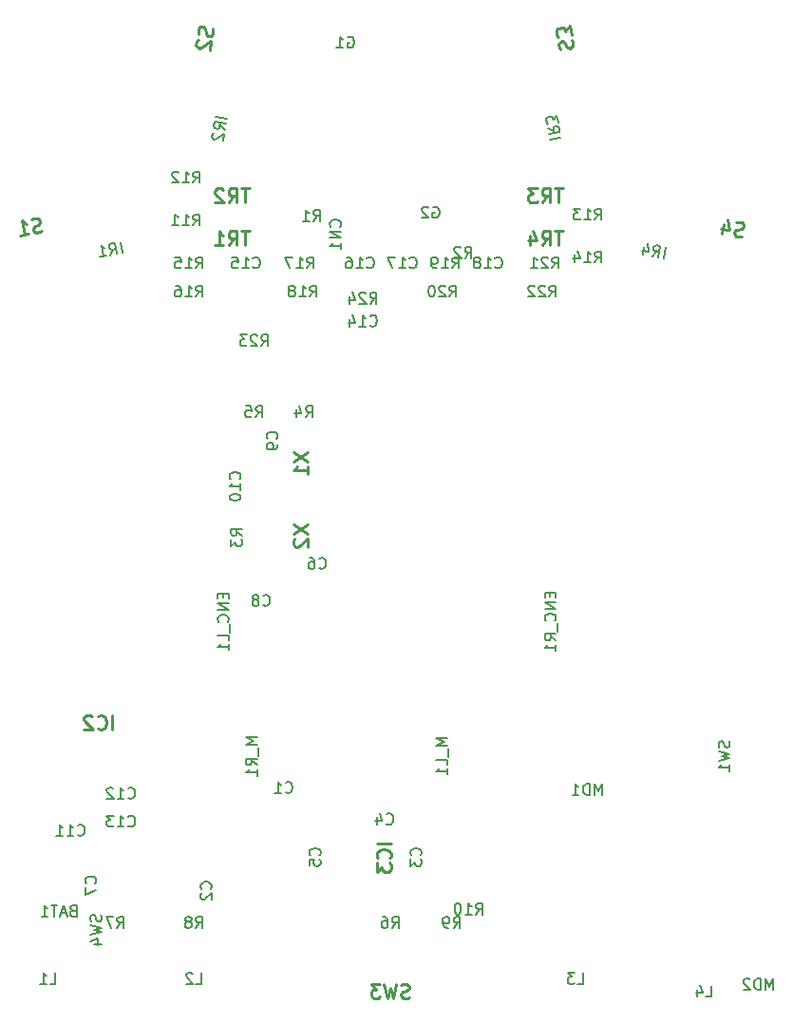
<source format=gbr>
%TF.GenerationSoftware,KiCad,Pcbnew,(5.1.6)-1*%
%TF.CreationDate,2022-04-30T17:28:47+09:00*%
%TF.ProjectId,RX621,52583632-312e-46b6-9963-61645f706362,rev?*%
%TF.SameCoordinates,Original*%
%TF.FileFunction,Legend,Bot*%
%TF.FilePolarity,Positive*%
%FSLAX46Y46*%
G04 Gerber Fmt 4.6, Leading zero omitted, Abs format (unit mm)*
G04 Created by KiCad (PCBNEW (5.1.6)-1) date 2022-04-30 17:28:47*
%MOMM*%
%LPD*%
G01*
G04 APERTURE LIST*
%ADD10C,0.150000*%
%ADD11C,0.254000*%
G04 APERTURE END LIST*
%TO.C,R10*%
D10*
X235142857Y-149102380D02*
X235476190Y-148626190D01*
X235714285Y-149102380D02*
X235714285Y-148102380D01*
X235333333Y-148102380D01*
X235238095Y-148150000D01*
X235190476Y-148197619D01*
X235142857Y-148292857D01*
X235142857Y-148435714D01*
X235190476Y-148530952D01*
X235238095Y-148578571D01*
X235333333Y-148626190D01*
X235714285Y-148626190D01*
X234190476Y-149102380D02*
X234761904Y-149102380D01*
X234476190Y-149102380D02*
X234476190Y-148102380D01*
X234571428Y-148245238D01*
X234666666Y-148340476D01*
X234761904Y-148388095D01*
X233571428Y-148102380D02*
X233476190Y-148102380D01*
X233380952Y-148150000D01*
X233333333Y-148197619D01*
X233285714Y-148292857D01*
X233238095Y-148483333D01*
X233238095Y-148721428D01*
X233285714Y-148911904D01*
X233333333Y-149007142D01*
X233380952Y-149054761D01*
X233476190Y-149102380D01*
X233571428Y-149102380D01*
X233666666Y-149054761D01*
X233714285Y-149007142D01*
X233761904Y-148911904D01*
X233809523Y-148721428D01*
X233809523Y-148483333D01*
X233761904Y-148292857D01*
X233714285Y-148197619D01*
X233666666Y-148150000D01*
X233571428Y-148102380D01*
%TO.C,BAT1*%
X199214285Y-148758571D02*
X199071428Y-148806190D01*
X199023809Y-148853809D01*
X198976190Y-148949047D01*
X198976190Y-149091904D01*
X199023809Y-149187142D01*
X199071428Y-149234761D01*
X199166666Y-149282380D01*
X199547619Y-149282380D01*
X199547619Y-148282380D01*
X199214285Y-148282380D01*
X199119047Y-148330000D01*
X199071428Y-148377619D01*
X199023809Y-148472857D01*
X199023809Y-148568095D01*
X199071428Y-148663333D01*
X199119047Y-148710952D01*
X199214285Y-148758571D01*
X199547619Y-148758571D01*
X198595238Y-148996666D02*
X198119047Y-148996666D01*
X198690476Y-149282380D02*
X198357142Y-148282380D01*
X198023809Y-149282380D01*
X197833333Y-148282380D02*
X197261904Y-148282380D01*
X197547619Y-149282380D02*
X197547619Y-148282380D01*
X196404761Y-149282380D02*
X196976190Y-149282380D01*
X196690476Y-149282380D02*
X196690476Y-148282380D01*
X196785714Y-148425238D01*
X196880952Y-148520476D01*
X196976190Y-148568095D01*
%TO.C,C1*%
X218166666Y-138207142D02*
X218214285Y-138254761D01*
X218357142Y-138302380D01*
X218452380Y-138302380D01*
X218595238Y-138254761D01*
X218690476Y-138159523D01*
X218738095Y-138064285D01*
X218785714Y-137873809D01*
X218785714Y-137730952D01*
X218738095Y-137540476D01*
X218690476Y-137445238D01*
X218595238Y-137350000D01*
X218452380Y-137302380D01*
X218357142Y-137302380D01*
X218214285Y-137350000D01*
X218166666Y-137397619D01*
X217214285Y-138302380D02*
X217785714Y-138302380D01*
X217500000Y-138302380D02*
X217500000Y-137302380D01*
X217595238Y-137445238D01*
X217690476Y-137540476D01*
X217785714Y-137588095D01*
%TO.C,C2*%
X211507142Y-146833333D02*
X211554761Y-146785714D01*
X211602380Y-146642857D01*
X211602380Y-146547619D01*
X211554761Y-146404761D01*
X211459523Y-146309523D01*
X211364285Y-146261904D01*
X211173809Y-146214285D01*
X211030952Y-146214285D01*
X210840476Y-146261904D01*
X210745238Y-146309523D01*
X210650000Y-146404761D01*
X210602380Y-146547619D01*
X210602380Y-146642857D01*
X210650000Y-146785714D01*
X210697619Y-146833333D01*
X210697619Y-147214285D02*
X210650000Y-147261904D01*
X210602380Y-147357142D01*
X210602380Y-147595238D01*
X210650000Y-147690476D01*
X210697619Y-147738095D01*
X210792857Y-147785714D01*
X210888095Y-147785714D01*
X211030952Y-147738095D01*
X211602380Y-147166666D01*
X211602380Y-147785714D01*
%TO.C,C3*%
X230207142Y-143833333D02*
X230254761Y-143785714D01*
X230302380Y-143642857D01*
X230302380Y-143547619D01*
X230254761Y-143404761D01*
X230159523Y-143309523D01*
X230064285Y-143261904D01*
X229873809Y-143214285D01*
X229730952Y-143214285D01*
X229540476Y-143261904D01*
X229445238Y-143309523D01*
X229350000Y-143404761D01*
X229302380Y-143547619D01*
X229302380Y-143642857D01*
X229350000Y-143785714D01*
X229397619Y-143833333D01*
X229302380Y-144166666D02*
X229302380Y-144785714D01*
X229683333Y-144452380D01*
X229683333Y-144595238D01*
X229730952Y-144690476D01*
X229778571Y-144738095D01*
X229873809Y-144785714D01*
X230111904Y-144785714D01*
X230207142Y-144738095D01*
X230254761Y-144690476D01*
X230302380Y-144595238D01*
X230302380Y-144309523D01*
X230254761Y-144214285D01*
X230207142Y-144166666D01*
%TO.C,C4*%
X227166666Y-141007142D02*
X227214285Y-141054761D01*
X227357142Y-141102380D01*
X227452380Y-141102380D01*
X227595238Y-141054761D01*
X227690476Y-140959523D01*
X227738095Y-140864285D01*
X227785714Y-140673809D01*
X227785714Y-140530952D01*
X227738095Y-140340476D01*
X227690476Y-140245238D01*
X227595238Y-140150000D01*
X227452380Y-140102380D01*
X227357142Y-140102380D01*
X227214285Y-140150000D01*
X227166666Y-140197619D01*
X226309523Y-140435714D02*
X226309523Y-141102380D01*
X226547619Y-140054761D02*
X226785714Y-140769047D01*
X226166666Y-140769047D01*
%TO.C,C5*%
X221207142Y-143833333D02*
X221254761Y-143785714D01*
X221302380Y-143642857D01*
X221302380Y-143547619D01*
X221254761Y-143404761D01*
X221159523Y-143309523D01*
X221064285Y-143261904D01*
X220873809Y-143214285D01*
X220730952Y-143214285D01*
X220540476Y-143261904D01*
X220445238Y-143309523D01*
X220350000Y-143404761D01*
X220302380Y-143547619D01*
X220302380Y-143642857D01*
X220350000Y-143785714D01*
X220397619Y-143833333D01*
X220302380Y-144738095D02*
X220302380Y-144261904D01*
X220778571Y-144214285D01*
X220730952Y-144261904D01*
X220683333Y-144357142D01*
X220683333Y-144595238D01*
X220730952Y-144690476D01*
X220778571Y-144738095D01*
X220873809Y-144785714D01*
X221111904Y-144785714D01*
X221207142Y-144738095D01*
X221254761Y-144690476D01*
X221302380Y-144595238D01*
X221302380Y-144357142D01*
X221254761Y-144261904D01*
X221207142Y-144214285D01*
%TO.C,C6*%
X221166666Y-118207142D02*
X221214285Y-118254761D01*
X221357142Y-118302380D01*
X221452380Y-118302380D01*
X221595238Y-118254761D01*
X221690476Y-118159523D01*
X221738095Y-118064285D01*
X221785714Y-117873809D01*
X221785714Y-117730952D01*
X221738095Y-117540476D01*
X221690476Y-117445238D01*
X221595238Y-117350000D01*
X221452380Y-117302380D01*
X221357142Y-117302380D01*
X221214285Y-117350000D01*
X221166666Y-117397619D01*
X220309523Y-117302380D02*
X220500000Y-117302380D01*
X220595238Y-117350000D01*
X220642857Y-117397619D01*
X220738095Y-117540476D01*
X220785714Y-117730952D01*
X220785714Y-118111904D01*
X220738095Y-118207142D01*
X220690476Y-118254761D01*
X220595238Y-118302380D01*
X220404761Y-118302380D01*
X220309523Y-118254761D01*
X220261904Y-118207142D01*
X220214285Y-118111904D01*
X220214285Y-117873809D01*
X220261904Y-117778571D01*
X220309523Y-117730952D01*
X220404761Y-117683333D01*
X220595238Y-117683333D01*
X220690476Y-117730952D01*
X220738095Y-117778571D01*
X220785714Y-117873809D01*
%TO.C,C7*%
X201207142Y-146333333D02*
X201254761Y-146285714D01*
X201302380Y-146142857D01*
X201302380Y-146047619D01*
X201254761Y-145904761D01*
X201159523Y-145809523D01*
X201064285Y-145761904D01*
X200873809Y-145714285D01*
X200730952Y-145714285D01*
X200540476Y-145761904D01*
X200445238Y-145809523D01*
X200350000Y-145904761D01*
X200302380Y-146047619D01*
X200302380Y-146142857D01*
X200350000Y-146285714D01*
X200397619Y-146333333D01*
X200302380Y-146666666D02*
X200302380Y-147333333D01*
X201302380Y-146904761D01*
%TO.C,C8*%
X216166666Y-121507142D02*
X216214285Y-121554761D01*
X216357142Y-121602380D01*
X216452380Y-121602380D01*
X216595238Y-121554761D01*
X216690476Y-121459523D01*
X216738095Y-121364285D01*
X216785714Y-121173809D01*
X216785714Y-121030952D01*
X216738095Y-120840476D01*
X216690476Y-120745238D01*
X216595238Y-120650000D01*
X216452380Y-120602380D01*
X216357142Y-120602380D01*
X216214285Y-120650000D01*
X216166666Y-120697619D01*
X215595238Y-121030952D02*
X215690476Y-120983333D01*
X215738095Y-120935714D01*
X215785714Y-120840476D01*
X215785714Y-120792857D01*
X215738095Y-120697619D01*
X215690476Y-120650000D01*
X215595238Y-120602380D01*
X215404761Y-120602380D01*
X215309523Y-120650000D01*
X215261904Y-120697619D01*
X215214285Y-120792857D01*
X215214285Y-120840476D01*
X215261904Y-120935714D01*
X215309523Y-120983333D01*
X215404761Y-121030952D01*
X215595238Y-121030952D01*
X215690476Y-121078571D01*
X215738095Y-121126190D01*
X215785714Y-121221428D01*
X215785714Y-121411904D01*
X215738095Y-121507142D01*
X215690476Y-121554761D01*
X215595238Y-121602380D01*
X215404761Y-121602380D01*
X215309523Y-121554761D01*
X215261904Y-121507142D01*
X215214285Y-121411904D01*
X215214285Y-121221428D01*
X215261904Y-121126190D01*
X215309523Y-121078571D01*
X215404761Y-121030952D01*
%TO.C,C9*%
X217375142Y-106715333D02*
X217422761Y-106667714D01*
X217470380Y-106524857D01*
X217470380Y-106429619D01*
X217422761Y-106286761D01*
X217327523Y-106191523D01*
X217232285Y-106143904D01*
X217041809Y-106096285D01*
X216898952Y-106096285D01*
X216708476Y-106143904D01*
X216613238Y-106191523D01*
X216518000Y-106286761D01*
X216470380Y-106429619D01*
X216470380Y-106524857D01*
X216518000Y-106667714D01*
X216565619Y-106715333D01*
X217470380Y-107191523D02*
X217470380Y-107382000D01*
X217422761Y-107477238D01*
X217375142Y-107524857D01*
X217232285Y-107620095D01*
X217041809Y-107667714D01*
X216660857Y-107667714D01*
X216565619Y-107620095D01*
X216518000Y-107572476D01*
X216470380Y-107477238D01*
X216470380Y-107286761D01*
X216518000Y-107191523D01*
X216565619Y-107143904D01*
X216660857Y-107096285D01*
X216898952Y-107096285D01*
X216994190Y-107143904D01*
X217041809Y-107191523D01*
X217089428Y-107286761D01*
X217089428Y-107477238D01*
X217041809Y-107572476D01*
X216994190Y-107620095D01*
X216898952Y-107667714D01*
%TO.C,C10*%
X214075142Y-110303142D02*
X214122761Y-110255523D01*
X214170380Y-110112666D01*
X214170380Y-110017428D01*
X214122761Y-109874571D01*
X214027523Y-109779333D01*
X213932285Y-109731714D01*
X213741809Y-109684095D01*
X213598952Y-109684095D01*
X213408476Y-109731714D01*
X213313238Y-109779333D01*
X213218000Y-109874571D01*
X213170380Y-110017428D01*
X213170380Y-110112666D01*
X213218000Y-110255523D01*
X213265619Y-110303142D01*
X214170380Y-111255523D02*
X214170380Y-110684095D01*
X214170380Y-110969809D02*
X213170380Y-110969809D01*
X213313238Y-110874571D01*
X213408476Y-110779333D01*
X213456095Y-110684095D01*
X213170380Y-111874571D02*
X213170380Y-111969809D01*
X213218000Y-112065047D01*
X213265619Y-112112666D01*
X213360857Y-112160285D01*
X213551333Y-112207904D01*
X213789428Y-112207904D01*
X213979904Y-112160285D01*
X214075142Y-112112666D01*
X214122761Y-112065047D01*
X214170380Y-111969809D01*
X214170380Y-111874571D01*
X214122761Y-111779333D01*
X214075142Y-111731714D01*
X213979904Y-111684095D01*
X213789428Y-111636476D01*
X213551333Y-111636476D01*
X213360857Y-111684095D01*
X213265619Y-111731714D01*
X213218000Y-111779333D01*
X213170380Y-111874571D01*
%TO.C,C11*%
X199642857Y-142007142D02*
X199690476Y-142054761D01*
X199833333Y-142102380D01*
X199928571Y-142102380D01*
X200071428Y-142054761D01*
X200166666Y-141959523D01*
X200214285Y-141864285D01*
X200261904Y-141673809D01*
X200261904Y-141530952D01*
X200214285Y-141340476D01*
X200166666Y-141245238D01*
X200071428Y-141150000D01*
X199928571Y-141102380D01*
X199833333Y-141102380D01*
X199690476Y-141150000D01*
X199642857Y-141197619D01*
X198690476Y-142102380D02*
X199261904Y-142102380D01*
X198976190Y-142102380D02*
X198976190Y-141102380D01*
X199071428Y-141245238D01*
X199166666Y-141340476D01*
X199261904Y-141388095D01*
X197738095Y-142102380D02*
X198309523Y-142102380D01*
X198023809Y-142102380D02*
X198023809Y-141102380D01*
X198119047Y-141245238D01*
X198214285Y-141340476D01*
X198309523Y-141388095D01*
%TO.C,C12*%
X204142857Y-138707142D02*
X204190476Y-138754761D01*
X204333333Y-138802380D01*
X204428571Y-138802380D01*
X204571428Y-138754761D01*
X204666666Y-138659523D01*
X204714285Y-138564285D01*
X204761904Y-138373809D01*
X204761904Y-138230952D01*
X204714285Y-138040476D01*
X204666666Y-137945238D01*
X204571428Y-137850000D01*
X204428571Y-137802380D01*
X204333333Y-137802380D01*
X204190476Y-137850000D01*
X204142857Y-137897619D01*
X203190476Y-138802380D02*
X203761904Y-138802380D01*
X203476190Y-138802380D02*
X203476190Y-137802380D01*
X203571428Y-137945238D01*
X203666666Y-138040476D01*
X203761904Y-138088095D01*
X202809523Y-137897619D02*
X202761904Y-137850000D01*
X202666666Y-137802380D01*
X202428571Y-137802380D01*
X202333333Y-137850000D01*
X202285714Y-137897619D01*
X202238095Y-137992857D01*
X202238095Y-138088095D01*
X202285714Y-138230952D01*
X202857142Y-138802380D01*
X202238095Y-138802380D01*
%TO.C,C13*%
X204142857Y-141207142D02*
X204190476Y-141254761D01*
X204333333Y-141302380D01*
X204428571Y-141302380D01*
X204571428Y-141254761D01*
X204666666Y-141159523D01*
X204714285Y-141064285D01*
X204761904Y-140873809D01*
X204761904Y-140730952D01*
X204714285Y-140540476D01*
X204666666Y-140445238D01*
X204571428Y-140350000D01*
X204428571Y-140302380D01*
X204333333Y-140302380D01*
X204190476Y-140350000D01*
X204142857Y-140397619D01*
X203190476Y-141302380D02*
X203761904Y-141302380D01*
X203476190Y-141302380D02*
X203476190Y-140302380D01*
X203571428Y-140445238D01*
X203666666Y-140540476D01*
X203761904Y-140588095D01*
X202857142Y-140302380D02*
X202238095Y-140302380D01*
X202571428Y-140683333D01*
X202428571Y-140683333D01*
X202333333Y-140730952D01*
X202285714Y-140778571D01*
X202238095Y-140873809D01*
X202238095Y-141111904D01*
X202285714Y-141207142D01*
X202333333Y-141254761D01*
X202428571Y-141302380D01*
X202714285Y-141302380D01*
X202809523Y-141254761D01*
X202857142Y-141207142D01*
%TO.C,C14*%
X225702857Y-96596142D02*
X225750476Y-96643761D01*
X225893333Y-96691380D01*
X225988571Y-96691380D01*
X226131428Y-96643761D01*
X226226666Y-96548523D01*
X226274285Y-96453285D01*
X226321904Y-96262809D01*
X226321904Y-96119952D01*
X226274285Y-95929476D01*
X226226666Y-95834238D01*
X226131428Y-95739000D01*
X225988571Y-95691380D01*
X225893333Y-95691380D01*
X225750476Y-95739000D01*
X225702857Y-95786619D01*
X224750476Y-96691380D02*
X225321904Y-96691380D01*
X225036190Y-96691380D02*
X225036190Y-95691380D01*
X225131428Y-95834238D01*
X225226666Y-95929476D01*
X225321904Y-95977095D01*
X223893333Y-96024714D02*
X223893333Y-96691380D01*
X224131428Y-95643761D02*
X224369523Y-96358047D01*
X223750476Y-96358047D01*
%TO.C,C15*%
X215272857Y-91417142D02*
X215320476Y-91464761D01*
X215463333Y-91512380D01*
X215558571Y-91512380D01*
X215701428Y-91464761D01*
X215796666Y-91369523D01*
X215844285Y-91274285D01*
X215891904Y-91083809D01*
X215891904Y-90940952D01*
X215844285Y-90750476D01*
X215796666Y-90655238D01*
X215701428Y-90560000D01*
X215558571Y-90512380D01*
X215463333Y-90512380D01*
X215320476Y-90560000D01*
X215272857Y-90607619D01*
X214320476Y-91512380D02*
X214891904Y-91512380D01*
X214606190Y-91512380D02*
X214606190Y-90512380D01*
X214701428Y-90655238D01*
X214796666Y-90750476D01*
X214891904Y-90798095D01*
X213415714Y-90512380D02*
X213891904Y-90512380D01*
X213939523Y-90988571D01*
X213891904Y-90940952D01*
X213796666Y-90893333D01*
X213558571Y-90893333D01*
X213463333Y-90940952D01*
X213415714Y-90988571D01*
X213368095Y-91083809D01*
X213368095Y-91321904D01*
X213415714Y-91417142D01*
X213463333Y-91464761D01*
X213558571Y-91512380D01*
X213796666Y-91512380D01*
X213891904Y-91464761D01*
X213939523Y-91417142D01*
%TO.C,C16*%
X225432857Y-91417142D02*
X225480476Y-91464761D01*
X225623333Y-91512380D01*
X225718571Y-91512380D01*
X225861428Y-91464761D01*
X225956666Y-91369523D01*
X226004285Y-91274285D01*
X226051904Y-91083809D01*
X226051904Y-90940952D01*
X226004285Y-90750476D01*
X225956666Y-90655238D01*
X225861428Y-90560000D01*
X225718571Y-90512380D01*
X225623333Y-90512380D01*
X225480476Y-90560000D01*
X225432857Y-90607619D01*
X224480476Y-91512380D02*
X225051904Y-91512380D01*
X224766190Y-91512380D02*
X224766190Y-90512380D01*
X224861428Y-90655238D01*
X224956666Y-90750476D01*
X225051904Y-90798095D01*
X223623333Y-90512380D02*
X223813809Y-90512380D01*
X223909047Y-90560000D01*
X223956666Y-90607619D01*
X224051904Y-90750476D01*
X224099523Y-90940952D01*
X224099523Y-91321904D01*
X224051904Y-91417142D01*
X224004285Y-91464761D01*
X223909047Y-91512380D01*
X223718571Y-91512380D01*
X223623333Y-91464761D01*
X223575714Y-91417142D01*
X223528095Y-91321904D01*
X223528095Y-91083809D01*
X223575714Y-90988571D01*
X223623333Y-90940952D01*
X223718571Y-90893333D01*
X223909047Y-90893333D01*
X224004285Y-90940952D01*
X224051904Y-90988571D01*
X224099523Y-91083809D01*
%TO.C,C17*%
X229242857Y-91417142D02*
X229290476Y-91464761D01*
X229433333Y-91512380D01*
X229528571Y-91512380D01*
X229671428Y-91464761D01*
X229766666Y-91369523D01*
X229814285Y-91274285D01*
X229861904Y-91083809D01*
X229861904Y-90940952D01*
X229814285Y-90750476D01*
X229766666Y-90655238D01*
X229671428Y-90560000D01*
X229528571Y-90512380D01*
X229433333Y-90512380D01*
X229290476Y-90560000D01*
X229242857Y-90607619D01*
X228290476Y-91512380D02*
X228861904Y-91512380D01*
X228576190Y-91512380D02*
X228576190Y-90512380D01*
X228671428Y-90655238D01*
X228766666Y-90750476D01*
X228861904Y-90798095D01*
X227957142Y-90512380D02*
X227290476Y-90512380D01*
X227719047Y-91512380D01*
%TO.C,C18*%
X236862857Y-91417142D02*
X236910476Y-91464761D01*
X237053333Y-91512380D01*
X237148571Y-91512380D01*
X237291428Y-91464761D01*
X237386666Y-91369523D01*
X237434285Y-91274285D01*
X237481904Y-91083809D01*
X237481904Y-90940952D01*
X237434285Y-90750476D01*
X237386666Y-90655238D01*
X237291428Y-90560000D01*
X237148571Y-90512380D01*
X237053333Y-90512380D01*
X236910476Y-90560000D01*
X236862857Y-90607619D01*
X235910476Y-91512380D02*
X236481904Y-91512380D01*
X236196190Y-91512380D02*
X236196190Y-90512380D01*
X236291428Y-90655238D01*
X236386666Y-90750476D01*
X236481904Y-90798095D01*
X235339047Y-90940952D02*
X235434285Y-90893333D01*
X235481904Y-90845714D01*
X235529523Y-90750476D01*
X235529523Y-90702857D01*
X235481904Y-90607619D01*
X235434285Y-90560000D01*
X235339047Y-90512380D01*
X235148571Y-90512380D01*
X235053333Y-90560000D01*
X235005714Y-90607619D01*
X234958095Y-90702857D01*
X234958095Y-90750476D01*
X235005714Y-90845714D01*
X235053333Y-90893333D01*
X235148571Y-90940952D01*
X235339047Y-90940952D01*
X235434285Y-90988571D01*
X235481904Y-91036190D01*
X235529523Y-91131428D01*
X235529523Y-91321904D01*
X235481904Y-91417142D01*
X235434285Y-91464761D01*
X235339047Y-91512380D01*
X235148571Y-91512380D01*
X235053333Y-91464761D01*
X235005714Y-91417142D01*
X234958095Y-91321904D01*
X234958095Y-91131428D01*
X235005714Y-91036190D01*
X235053333Y-90988571D01*
X235148571Y-90940952D01*
%TO.C,CN1*%
X223027142Y-87809523D02*
X223074761Y-87761904D01*
X223122380Y-87619047D01*
X223122380Y-87523809D01*
X223074761Y-87380952D01*
X222979523Y-87285714D01*
X222884285Y-87238095D01*
X222693809Y-87190476D01*
X222550952Y-87190476D01*
X222360476Y-87238095D01*
X222265238Y-87285714D01*
X222170000Y-87380952D01*
X222122380Y-87523809D01*
X222122380Y-87619047D01*
X222170000Y-87761904D01*
X222217619Y-87809523D01*
X223122380Y-88238095D02*
X222122380Y-88238095D01*
X223122380Y-88809523D01*
X222122380Y-88809523D01*
X223122380Y-89809523D02*
X223122380Y-89238095D01*
X223122380Y-89523809D02*
X222122380Y-89523809D01*
X222265238Y-89428571D01*
X222360476Y-89333333D01*
X222408095Y-89238095D01*
%TO.C,ENC_L1*%
X212598571Y-120500000D02*
X212598571Y-120833333D01*
X213122380Y-120976190D02*
X213122380Y-120500000D01*
X212122380Y-120500000D01*
X212122380Y-120976190D01*
X213122380Y-121404761D02*
X212122380Y-121404761D01*
X213122380Y-121976190D01*
X212122380Y-121976190D01*
X213027142Y-123023809D02*
X213074761Y-122976190D01*
X213122380Y-122833333D01*
X213122380Y-122738095D01*
X213074761Y-122595238D01*
X212979523Y-122500000D01*
X212884285Y-122452380D01*
X212693809Y-122404761D01*
X212550952Y-122404761D01*
X212360476Y-122452380D01*
X212265238Y-122500000D01*
X212170000Y-122595238D01*
X212122380Y-122738095D01*
X212122380Y-122833333D01*
X212170000Y-122976190D01*
X212217619Y-123023809D01*
X213217619Y-123214285D02*
X213217619Y-123976190D01*
X213122380Y-124690476D02*
X213122380Y-124214285D01*
X212122380Y-124214285D01*
X213122380Y-125547619D02*
X213122380Y-124976190D01*
X213122380Y-125261904D02*
X212122380Y-125261904D01*
X212265238Y-125166666D01*
X212360476Y-125071428D01*
X212408095Y-124976190D01*
%TO.C,ENC_R1*%
X241758571Y-120404761D02*
X241758571Y-120738095D01*
X242282380Y-120880952D02*
X242282380Y-120404761D01*
X241282380Y-120404761D01*
X241282380Y-120880952D01*
X242282380Y-121309523D02*
X241282380Y-121309523D01*
X242282380Y-121880952D01*
X241282380Y-121880952D01*
X242187142Y-122928571D02*
X242234761Y-122880952D01*
X242282380Y-122738095D01*
X242282380Y-122642857D01*
X242234761Y-122500000D01*
X242139523Y-122404761D01*
X242044285Y-122357142D01*
X241853809Y-122309523D01*
X241710952Y-122309523D01*
X241520476Y-122357142D01*
X241425238Y-122404761D01*
X241330000Y-122500000D01*
X241282380Y-122642857D01*
X241282380Y-122738095D01*
X241330000Y-122880952D01*
X241377619Y-122928571D01*
X242377619Y-123119047D02*
X242377619Y-123880952D01*
X242282380Y-124690476D02*
X241806190Y-124357142D01*
X242282380Y-124119047D02*
X241282380Y-124119047D01*
X241282380Y-124500000D01*
X241330000Y-124595238D01*
X241377619Y-124642857D01*
X241472857Y-124690476D01*
X241615714Y-124690476D01*
X241710952Y-124642857D01*
X241758571Y-124595238D01*
X241806190Y-124500000D01*
X241806190Y-124119047D01*
X242282380Y-125642857D02*
X242282380Y-125071428D01*
X242282380Y-125357142D02*
X241282380Y-125357142D01*
X241425238Y-125261904D01*
X241520476Y-125166666D01*
X241568095Y-125071428D01*
%TO.C,G1*%
X223714285Y-70920000D02*
X223809523Y-70872380D01*
X223952380Y-70872380D01*
X224095238Y-70920000D01*
X224190476Y-71015238D01*
X224238095Y-71110476D01*
X224285714Y-71300952D01*
X224285714Y-71443809D01*
X224238095Y-71634285D01*
X224190476Y-71729523D01*
X224095238Y-71824761D01*
X223952380Y-71872380D01*
X223857142Y-71872380D01*
X223714285Y-71824761D01*
X223666666Y-71777142D01*
X223666666Y-71443809D01*
X223857142Y-71443809D01*
X222714285Y-71872380D02*
X223285714Y-71872380D01*
X223000000Y-71872380D02*
X223000000Y-70872380D01*
X223095238Y-71015238D01*
X223190476Y-71110476D01*
X223285714Y-71158095D01*
%TO.C,G2*%
X231314285Y-86080000D02*
X231409523Y-86032380D01*
X231552380Y-86032380D01*
X231695238Y-86080000D01*
X231790476Y-86175238D01*
X231838095Y-86270476D01*
X231885714Y-86460952D01*
X231885714Y-86603809D01*
X231838095Y-86794285D01*
X231790476Y-86889523D01*
X231695238Y-86984761D01*
X231552380Y-87032380D01*
X231457142Y-87032380D01*
X231314285Y-86984761D01*
X231266666Y-86937142D01*
X231266666Y-86603809D01*
X231457142Y-86603809D01*
X230885714Y-86127619D02*
X230838095Y-86080000D01*
X230742857Y-86032380D01*
X230504761Y-86032380D01*
X230409523Y-86080000D01*
X230361904Y-86127619D01*
X230314285Y-86222857D01*
X230314285Y-86318095D01*
X230361904Y-86460952D01*
X230933333Y-87032380D01*
X230314285Y-87032380D01*
%TO.C,IC2*%
D11*
X202739761Y-132629523D02*
X202739761Y-131359523D01*
X201409285Y-132508571D02*
X201469761Y-132569047D01*
X201651190Y-132629523D01*
X201772142Y-132629523D01*
X201953571Y-132569047D01*
X202074523Y-132448095D01*
X202135000Y-132327142D01*
X202195476Y-132085238D01*
X202195476Y-131903809D01*
X202135000Y-131661904D01*
X202074523Y-131540952D01*
X201953571Y-131420000D01*
X201772142Y-131359523D01*
X201651190Y-131359523D01*
X201469761Y-131420000D01*
X201409285Y-131480476D01*
X200925476Y-131480476D02*
X200865000Y-131420000D01*
X200744047Y-131359523D01*
X200441666Y-131359523D01*
X200320714Y-131420000D01*
X200260238Y-131480476D01*
X200199761Y-131601428D01*
X200199761Y-131722380D01*
X200260238Y-131903809D01*
X200985952Y-132629523D01*
X200199761Y-132629523D01*
%TO.C,IC3*%
X227574523Y-142760238D02*
X226304523Y-142760238D01*
X227453571Y-144090714D02*
X227514047Y-144030238D01*
X227574523Y-143848809D01*
X227574523Y-143727857D01*
X227514047Y-143546428D01*
X227393095Y-143425476D01*
X227272142Y-143365000D01*
X227030238Y-143304523D01*
X226848809Y-143304523D01*
X226606904Y-143365000D01*
X226485952Y-143425476D01*
X226365000Y-143546428D01*
X226304523Y-143727857D01*
X226304523Y-143848809D01*
X226365000Y-144030238D01*
X226425476Y-144090714D01*
X226304523Y-144514047D02*
X226304523Y-145300238D01*
X226788333Y-144876904D01*
X226788333Y-145058333D01*
X226848809Y-145179285D01*
X226909285Y-145239761D01*
X227030238Y-145300238D01*
X227332619Y-145300238D01*
X227453571Y-145239761D01*
X227514047Y-145179285D01*
X227574523Y-145058333D01*
X227574523Y-144695476D01*
X227514047Y-144574523D01*
X227453571Y-144514047D01*
%TO.C,IR1*%
D10*
X203602974Y-90155622D02*
X203429325Y-89170814D01*
X202571270Y-90337539D02*
X202816850Y-89810700D01*
X203134018Y-90238312D02*
X202960369Y-89253504D01*
X202585204Y-89319656D01*
X202499682Y-89383089D01*
X202461056Y-89438254D01*
X202430698Y-89540314D01*
X202455505Y-89681001D01*
X202518938Y-89766523D01*
X202574103Y-89805150D01*
X202676163Y-89835507D01*
X203051328Y-89769356D01*
X201633358Y-90502918D02*
X202196105Y-90403691D01*
X201914732Y-90453305D02*
X201741084Y-89468497D01*
X201859682Y-89592646D01*
X201970011Y-89669899D01*
X202072071Y-89700257D01*
%TO.C,IR2*%
X212935714Y-78178842D02*
X211950907Y-78005194D01*
X212753797Y-79210545D02*
X212342724Y-78799586D01*
X212853025Y-78647798D02*
X211868217Y-78474150D01*
X211802065Y-78849314D01*
X211832423Y-78951375D01*
X211871050Y-79006539D01*
X211956572Y-79069973D01*
X212097259Y-79094780D01*
X212199319Y-79064422D01*
X212254484Y-79025795D01*
X212317917Y-78940273D01*
X212384069Y-78565108D01*
X211796629Y-79428600D02*
X211741465Y-79467226D01*
X211678031Y-79552749D01*
X211636686Y-79787227D01*
X211667044Y-79889287D01*
X211705671Y-79944451D01*
X211791193Y-80007885D01*
X211884984Y-80024423D01*
X212033940Y-80002334D01*
X212695915Y-79538814D01*
X212588418Y-80148457D01*
%TO.C,IR3*%
X241724005Y-80039915D02*
X242708813Y-79866266D01*
X241542088Y-79008211D02*
X242068927Y-79253791D01*
X241641315Y-79570959D02*
X242626123Y-79397310D01*
X242559971Y-79022145D01*
X242496538Y-78936623D01*
X242441373Y-78897997D01*
X242339313Y-78867639D01*
X242198626Y-78892446D01*
X242113104Y-78955879D01*
X242074477Y-79011044D01*
X242044120Y-79113104D01*
X242110271Y-79488269D01*
X242469013Y-78506294D02*
X242361516Y-77896651D01*
X242044234Y-78291072D01*
X242019427Y-78150385D01*
X241955994Y-78064863D01*
X241900829Y-78026236D01*
X241798769Y-77995878D01*
X241564291Y-78037223D01*
X241478769Y-78100657D01*
X241440142Y-78155821D01*
X241409784Y-78257882D01*
X241459398Y-78539255D01*
X241522832Y-78624777D01*
X241577996Y-78663404D01*
%TO.C,IR4*%
X251882804Y-90615021D02*
X252056452Y-89630214D01*
X250851101Y-90433104D02*
X251262060Y-90022031D01*
X251413848Y-90532332D02*
X251587496Y-89547524D01*
X251212332Y-89481372D01*
X251110271Y-89511730D01*
X251055107Y-89550357D01*
X250991673Y-89635879D01*
X250966866Y-89776566D01*
X250997224Y-89878626D01*
X251035851Y-89933791D01*
X251121373Y-89997224D01*
X251496538Y-90063376D01*
X250122745Y-89627725D02*
X250006980Y-90284263D01*
X250423375Y-89293904D02*
X250533819Y-90038683D01*
X249924176Y-89931187D01*
%TO.C,L1*%
X197166666Y-155302380D02*
X197642857Y-155302380D01*
X197642857Y-154302380D01*
X196309523Y-155302380D02*
X196880952Y-155302380D01*
X196595238Y-155302380D02*
X196595238Y-154302380D01*
X196690476Y-154445238D01*
X196785714Y-154540476D01*
X196880952Y-154588095D01*
%TO.C,L2*%
X210166666Y-155302380D02*
X210642857Y-155302380D01*
X210642857Y-154302380D01*
X209880952Y-154397619D02*
X209833333Y-154350000D01*
X209738095Y-154302380D01*
X209500000Y-154302380D01*
X209404761Y-154350000D01*
X209357142Y-154397619D01*
X209309523Y-154492857D01*
X209309523Y-154588095D01*
X209357142Y-154730952D01*
X209928571Y-155302380D01*
X209309523Y-155302380D01*
%TO.C,L3*%
X244191666Y-155302380D02*
X244667857Y-155302380D01*
X244667857Y-154302380D01*
X243953571Y-154302380D02*
X243334523Y-154302380D01*
X243667857Y-154683333D01*
X243525000Y-154683333D01*
X243429761Y-154730952D01*
X243382142Y-154778571D01*
X243334523Y-154873809D01*
X243334523Y-155111904D01*
X243382142Y-155207142D01*
X243429761Y-155254761D01*
X243525000Y-155302380D01*
X243810714Y-155302380D01*
X243905952Y-155254761D01*
X243953571Y-155207142D01*
%TO.C,L4*%
X255666666Y-156452380D02*
X256142857Y-156452380D01*
X256142857Y-155452380D01*
X254904761Y-155785714D02*
X254904761Y-156452380D01*
X255142857Y-155404761D02*
X255380952Y-156119047D01*
X254761904Y-156119047D01*
%TO.C,M_L1*%
X232622380Y-133404761D02*
X231622380Y-133404761D01*
X232336666Y-133738095D01*
X231622380Y-134071428D01*
X232622380Y-134071428D01*
X232717619Y-134309523D02*
X232717619Y-135071428D01*
X232622380Y-135785714D02*
X232622380Y-135309523D01*
X231622380Y-135309523D01*
X232622380Y-136642857D02*
X232622380Y-136071428D01*
X232622380Y-136357142D02*
X231622380Y-136357142D01*
X231765238Y-136261904D01*
X231860476Y-136166666D01*
X231908095Y-136071428D01*
%TO.C,M_R1*%
X215622380Y-133309523D02*
X214622380Y-133309523D01*
X215336666Y-133642857D01*
X214622380Y-133976190D01*
X215622380Y-133976190D01*
X215717619Y-134214285D02*
X215717619Y-134976190D01*
X215622380Y-135785714D02*
X215146190Y-135452380D01*
X215622380Y-135214285D02*
X214622380Y-135214285D01*
X214622380Y-135595238D01*
X214670000Y-135690476D01*
X214717619Y-135738095D01*
X214812857Y-135785714D01*
X214955714Y-135785714D01*
X215050952Y-135738095D01*
X215098571Y-135690476D01*
X215146190Y-135595238D01*
X215146190Y-135214285D01*
X215622380Y-136738095D02*
X215622380Y-136166666D01*
X215622380Y-136452380D02*
X214622380Y-136452380D01*
X214765238Y-136357142D01*
X214860476Y-136261904D01*
X214908095Y-136166666D01*
%TO.C,MD1*%
X246403523Y-138456380D02*
X246403523Y-137456380D01*
X246070190Y-138170666D01*
X245736857Y-137456380D01*
X245736857Y-138456380D01*
X245260666Y-138456380D02*
X245260666Y-137456380D01*
X245022571Y-137456380D01*
X244879714Y-137504000D01*
X244784476Y-137599238D01*
X244736857Y-137694476D01*
X244689238Y-137884952D01*
X244689238Y-138027809D01*
X244736857Y-138218285D01*
X244784476Y-138313523D01*
X244879714Y-138408761D01*
X245022571Y-138456380D01*
X245260666Y-138456380D01*
X243736857Y-138456380D02*
X244308285Y-138456380D01*
X244022571Y-138456380D02*
X244022571Y-137456380D01*
X244117809Y-137599238D01*
X244213047Y-137694476D01*
X244308285Y-137742095D01*
%TO.C,MD2*%
X261643523Y-155816380D02*
X261643523Y-154816380D01*
X261310190Y-155530666D01*
X260976857Y-154816380D01*
X260976857Y-155816380D01*
X260500666Y-155816380D02*
X260500666Y-154816380D01*
X260262571Y-154816380D01*
X260119714Y-154864000D01*
X260024476Y-154959238D01*
X259976857Y-155054476D01*
X259929238Y-155244952D01*
X259929238Y-155387809D01*
X259976857Y-155578285D01*
X260024476Y-155673523D01*
X260119714Y-155768761D01*
X260262571Y-155816380D01*
X260500666Y-155816380D01*
X259548285Y-154911619D02*
X259500666Y-154864000D01*
X259405428Y-154816380D01*
X259167333Y-154816380D01*
X259072095Y-154864000D01*
X259024476Y-154911619D01*
X258976857Y-155006857D01*
X258976857Y-155102095D01*
X259024476Y-155244952D01*
X259595904Y-155816380D01*
X258976857Y-155816380D01*
%TO.C,R1*%
X220666666Y-87302380D02*
X221000000Y-86826190D01*
X221238095Y-87302380D02*
X221238095Y-86302380D01*
X220857142Y-86302380D01*
X220761904Y-86350000D01*
X220714285Y-86397619D01*
X220666666Y-86492857D01*
X220666666Y-86635714D01*
X220714285Y-86730952D01*
X220761904Y-86778571D01*
X220857142Y-86826190D01*
X221238095Y-86826190D01*
X219714285Y-87302380D02*
X220285714Y-87302380D01*
X220000000Y-87302380D02*
X220000000Y-86302380D01*
X220095238Y-86445238D01*
X220190476Y-86540476D01*
X220285714Y-86588095D01*
%TO.C,R2*%
X234166666Y-90602380D02*
X234500000Y-90126190D01*
X234738095Y-90602380D02*
X234738095Y-89602380D01*
X234357142Y-89602380D01*
X234261904Y-89650000D01*
X234214285Y-89697619D01*
X234166666Y-89792857D01*
X234166666Y-89935714D01*
X234214285Y-90030952D01*
X234261904Y-90078571D01*
X234357142Y-90126190D01*
X234738095Y-90126190D01*
X233785714Y-89697619D02*
X233738095Y-89650000D01*
X233642857Y-89602380D01*
X233404761Y-89602380D01*
X233309523Y-89650000D01*
X233261904Y-89697619D01*
X233214285Y-89792857D01*
X233214285Y-89888095D01*
X233261904Y-90030952D01*
X233833333Y-90602380D01*
X233214285Y-90602380D01*
%TO.C,R3*%
X214302380Y-115333333D02*
X213826190Y-115000000D01*
X214302380Y-114761904D02*
X213302380Y-114761904D01*
X213302380Y-115142857D01*
X213350000Y-115238095D01*
X213397619Y-115285714D01*
X213492857Y-115333333D01*
X213635714Y-115333333D01*
X213730952Y-115285714D01*
X213778571Y-115238095D01*
X213826190Y-115142857D01*
X213826190Y-114761904D01*
X213302380Y-115666666D02*
X213302380Y-116285714D01*
X213683333Y-115952380D01*
X213683333Y-116095238D01*
X213730952Y-116190476D01*
X213778571Y-116238095D01*
X213873809Y-116285714D01*
X214111904Y-116285714D01*
X214207142Y-116238095D01*
X214254761Y-116190476D01*
X214302380Y-116095238D01*
X214302380Y-115809523D01*
X214254761Y-115714285D01*
X214207142Y-115666666D01*
%TO.C,R4*%
X219979666Y-104793380D02*
X220313000Y-104317190D01*
X220551095Y-104793380D02*
X220551095Y-103793380D01*
X220170142Y-103793380D01*
X220074904Y-103841000D01*
X220027285Y-103888619D01*
X219979666Y-103983857D01*
X219979666Y-104126714D01*
X220027285Y-104221952D01*
X220074904Y-104269571D01*
X220170142Y-104317190D01*
X220551095Y-104317190D01*
X219122523Y-104126714D02*
X219122523Y-104793380D01*
X219360619Y-103745761D02*
X219598714Y-104460047D01*
X218979666Y-104460047D01*
%TO.C,R5*%
X215534666Y-104793380D02*
X215868000Y-104317190D01*
X216106095Y-104793380D02*
X216106095Y-103793380D01*
X215725142Y-103793380D01*
X215629904Y-103841000D01*
X215582285Y-103888619D01*
X215534666Y-103983857D01*
X215534666Y-104126714D01*
X215582285Y-104221952D01*
X215629904Y-104269571D01*
X215725142Y-104317190D01*
X216106095Y-104317190D01*
X214629904Y-103793380D02*
X215106095Y-103793380D01*
X215153714Y-104269571D01*
X215106095Y-104221952D01*
X215010857Y-104174333D01*
X214772761Y-104174333D01*
X214677523Y-104221952D01*
X214629904Y-104269571D01*
X214582285Y-104364809D01*
X214582285Y-104602904D01*
X214629904Y-104698142D01*
X214677523Y-104745761D01*
X214772761Y-104793380D01*
X215010857Y-104793380D01*
X215106095Y-104745761D01*
X215153714Y-104698142D01*
%TO.C,R6*%
X227666666Y-150302380D02*
X228000000Y-149826190D01*
X228238095Y-150302380D02*
X228238095Y-149302380D01*
X227857142Y-149302380D01*
X227761904Y-149350000D01*
X227714285Y-149397619D01*
X227666666Y-149492857D01*
X227666666Y-149635714D01*
X227714285Y-149730952D01*
X227761904Y-149778571D01*
X227857142Y-149826190D01*
X228238095Y-149826190D01*
X226809523Y-149302380D02*
X227000000Y-149302380D01*
X227095238Y-149350000D01*
X227142857Y-149397619D01*
X227238095Y-149540476D01*
X227285714Y-149730952D01*
X227285714Y-150111904D01*
X227238095Y-150207142D01*
X227190476Y-150254761D01*
X227095238Y-150302380D01*
X226904761Y-150302380D01*
X226809523Y-150254761D01*
X226761904Y-150207142D01*
X226714285Y-150111904D01*
X226714285Y-149873809D01*
X226761904Y-149778571D01*
X226809523Y-149730952D01*
X226904761Y-149683333D01*
X227095238Y-149683333D01*
X227190476Y-149730952D01*
X227238095Y-149778571D01*
X227285714Y-149873809D01*
%TO.C,R7*%
X203166666Y-150302380D02*
X203500000Y-149826190D01*
X203738095Y-150302380D02*
X203738095Y-149302380D01*
X203357142Y-149302380D01*
X203261904Y-149350000D01*
X203214285Y-149397619D01*
X203166666Y-149492857D01*
X203166666Y-149635714D01*
X203214285Y-149730952D01*
X203261904Y-149778571D01*
X203357142Y-149826190D01*
X203738095Y-149826190D01*
X202833333Y-149302380D02*
X202166666Y-149302380D01*
X202595238Y-150302380D01*
%TO.C,R8*%
X210166666Y-150302380D02*
X210500000Y-149826190D01*
X210738095Y-150302380D02*
X210738095Y-149302380D01*
X210357142Y-149302380D01*
X210261904Y-149350000D01*
X210214285Y-149397619D01*
X210166666Y-149492857D01*
X210166666Y-149635714D01*
X210214285Y-149730952D01*
X210261904Y-149778571D01*
X210357142Y-149826190D01*
X210738095Y-149826190D01*
X209595238Y-149730952D02*
X209690476Y-149683333D01*
X209738095Y-149635714D01*
X209785714Y-149540476D01*
X209785714Y-149492857D01*
X209738095Y-149397619D01*
X209690476Y-149350000D01*
X209595238Y-149302380D01*
X209404761Y-149302380D01*
X209309523Y-149350000D01*
X209261904Y-149397619D01*
X209214285Y-149492857D01*
X209214285Y-149540476D01*
X209261904Y-149635714D01*
X209309523Y-149683333D01*
X209404761Y-149730952D01*
X209595238Y-149730952D01*
X209690476Y-149778571D01*
X209738095Y-149826190D01*
X209785714Y-149921428D01*
X209785714Y-150111904D01*
X209738095Y-150207142D01*
X209690476Y-150254761D01*
X209595238Y-150302380D01*
X209404761Y-150302380D01*
X209309523Y-150254761D01*
X209261904Y-150207142D01*
X209214285Y-150111904D01*
X209214285Y-149921428D01*
X209261904Y-149826190D01*
X209309523Y-149778571D01*
X209404761Y-149730952D01*
%TO.C,R9*%
X233166666Y-150302380D02*
X233500000Y-149826190D01*
X233738095Y-150302380D02*
X233738095Y-149302380D01*
X233357142Y-149302380D01*
X233261904Y-149350000D01*
X233214285Y-149397619D01*
X233166666Y-149492857D01*
X233166666Y-149635714D01*
X233214285Y-149730952D01*
X233261904Y-149778571D01*
X233357142Y-149826190D01*
X233738095Y-149826190D01*
X232690476Y-150302380D02*
X232500000Y-150302380D01*
X232404761Y-150254761D01*
X232357142Y-150207142D01*
X232261904Y-150064285D01*
X232214285Y-149873809D01*
X232214285Y-149492857D01*
X232261904Y-149397619D01*
X232309523Y-149350000D01*
X232404761Y-149302380D01*
X232595238Y-149302380D01*
X232690476Y-149350000D01*
X232738095Y-149397619D01*
X232785714Y-149492857D01*
X232785714Y-149730952D01*
X232738095Y-149826190D01*
X232690476Y-149873809D01*
X232595238Y-149921428D01*
X232404761Y-149921428D01*
X232309523Y-149873809D01*
X232261904Y-149826190D01*
X232214285Y-149730952D01*
%TO.C,R11*%
X209947857Y-87702380D02*
X210281190Y-87226190D01*
X210519285Y-87702380D02*
X210519285Y-86702380D01*
X210138333Y-86702380D01*
X210043095Y-86750000D01*
X209995476Y-86797619D01*
X209947857Y-86892857D01*
X209947857Y-87035714D01*
X209995476Y-87130952D01*
X210043095Y-87178571D01*
X210138333Y-87226190D01*
X210519285Y-87226190D01*
X208995476Y-87702380D02*
X209566904Y-87702380D01*
X209281190Y-87702380D02*
X209281190Y-86702380D01*
X209376428Y-86845238D01*
X209471666Y-86940476D01*
X209566904Y-86988095D01*
X208043095Y-87702380D02*
X208614523Y-87702380D01*
X208328809Y-87702380D02*
X208328809Y-86702380D01*
X208424047Y-86845238D01*
X208519285Y-86940476D01*
X208614523Y-86988095D01*
%TO.C,R12*%
X209947857Y-83892380D02*
X210281190Y-83416190D01*
X210519285Y-83892380D02*
X210519285Y-82892380D01*
X210138333Y-82892380D01*
X210043095Y-82940000D01*
X209995476Y-82987619D01*
X209947857Y-83082857D01*
X209947857Y-83225714D01*
X209995476Y-83320952D01*
X210043095Y-83368571D01*
X210138333Y-83416190D01*
X210519285Y-83416190D01*
X208995476Y-83892380D02*
X209566904Y-83892380D01*
X209281190Y-83892380D02*
X209281190Y-82892380D01*
X209376428Y-83035238D01*
X209471666Y-83130476D01*
X209566904Y-83178095D01*
X208614523Y-82987619D02*
X208566904Y-82940000D01*
X208471666Y-82892380D01*
X208233571Y-82892380D01*
X208138333Y-82940000D01*
X208090714Y-82987619D01*
X208043095Y-83082857D01*
X208043095Y-83178095D01*
X208090714Y-83320952D01*
X208662142Y-83892380D01*
X208043095Y-83892380D01*
%TO.C,R13*%
X245752857Y-87192380D02*
X246086190Y-86716190D01*
X246324285Y-87192380D02*
X246324285Y-86192380D01*
X245943333Y-86192380D01*
X245848095Y-86240000D01*
X245800476Y-86287619D01*
X245752857Y-86382857D01*
X245752857Y-86525714D01*
X245800476Y-86620952D01*
X245848095Y-86668571D01*
X245943333Y-86716190D01*
X246324285Y-86716190D01*
X244800476Y-87192380D02*
X245371904Y-87192380D01*
X245086190Y-87192380D02*
X245086190Y-86192380D01*
X245181428Y-86335238D01*
X245276666Y-86430476D01*
X245371904Y-86478095D01*
X244467142Y-86192380D02*
X243848095Y-86192380D01*
X244181428Y-86573333D01*
X244038571Y-86573333D01*
X243943333Y-86620952D01*
X243895714Y-86668571D01*
X243848095Y-86763809D01*
X243848095Y-87001904D01*
X243895714Y-87097142D01*
X243943333Y-87144761D01*
X244038571Y-87192380D01*
X244324285Y-87192380D01*
X244419523Y-87144761D01*
X244467142Y-87097142D01*
%TO.C,R14*%
X245752857Y-91002380D02*
X246086190Y-90526190D01*
X246324285Y-91002380D02*
X246324285Y-90002380D01*
X245943333Y-90002380D01*
X245848095Y-90050000D01*
X245800476Y-90097619D01*
X245752857Y-90192857D01*
X245752857Y-90335714D01*
X245800476Y-90430952D01*
X245848095Y-90478571D01*
X245943333Y-90526190D01*
X246324285Y-90526190D01*
X244800476Y-91002380D02*
X245371904Y-91002380D01*
X245086190Y-91002380D02*
X245086190Y-90002380D01*
X245181428Y-90145238D01*
X245276666Y-90240476D01*
X245371904Y-90288095D01*
X243943333Y-90335714D02*
X243943333Y-91002380D01*
X244181428Y-89954761D02*
X244419523Y-90669047D01*
X243800476Y-90669047D01*
%TO.C,R15*%
X210192857Y-91512380D02*
X210526190Y-91036190D01*
X210764285Y-91512380D02*
X210764285Y-90512380D01*
X210383333Y-90512380D01*
X210288095Y-90560000D01*
X210240476Y-90607619D01*
X210192857Y-90702857D01*
X210192857Y-90845714D01*
X210240476Y-90940952D01*
X210288095Y-90988571D01*
X210383333Y-91036190D01*
X210764285Y-91036190D01*
X209240476Y-91512380D02*
X209811904Y-91512380D01*
X209526190Y-91512380D02*
X209526190Y-90512380D01*
X209621428Y-90655238D01*
X209716666Y-90750476D01*
X209811904Y-90798095D01*
X208335714Y-90512380D02*
X208811904Y-90512380D01*
X208859523Y-90988571D01*
X208811904Y-90940952D01*
X208716666Y-90893333D01*
X208478571Y-90893333D01*
X208383333Y-90940952D01*
X208335714Y-90988571D01*
X208288095Y-91083809D01*
X208288095Y-91321904D01*
X208335714Y-91417142D01*
X208383333Y-91464761D01*
X208478571Y-91512380D01*
X208716666Y-91512380D01*
X208811904Y-91464761D01*
X208859523Y-91417142D01*
%TO.C,R16*%
X210192857Y-94052380D02*
X210526190Y-93576190D01*
X210764285Y-94052380D02*
X210764285Y-93052380D01*
X210383333Y-93052380D01*
X210288095Y-93100000D01*
X210240476Y-93147619D01*
X210192857Y-93242857D01*
X210192857Y-93385714D01*
X210240476Y-93480952D01*
X210288095Y-93528571D01*
X210383333Y-93576190D01*
X210764285Y-93576190D01*
X209240476Y-94052380D02*
X209811904Y-94052380D01*
X209526190Y-94052380D02*
X209526190Y-93052380D01*
X209621428Y-93195238D01*
X209716666Y-93290476D01*
X209811904Y-93338095D01*
X208383333Y-93052380D02*
X208573809Y-93052380D01*
X208669047Y-93100000D01*
X208716666Y-93147619D01*
X208811904Y-93290476D01*
X208859523Y-93480952D01*
X208859523Y-93861904D01*
X208811904Y-93957142D01*
X208764285Y-94004761D01*
X208669047Y-94052380D01*
X208478571Y-94052380D01*
X208383333Y-94004761D01*
X208335714Y-93957142D01*
X208288095Y-93861904D01*
X208288095Y-93623809D01*
X208335714Y-93528571D01*
X208383333Y-93480952D01*
X208478571Y-93433333D01*
X208669047Y-93433333D01*
X208764285Y-93480952D01*
X208811904Y-93528571D01*
X208859523Y-93623809D01*
%TO.C,R17*%
X220107857Y-91512380D02*
X220441190Y-91036190D01*
X220679285Y-91512380D02*
X220679285Y-90512380D01*
X220298333Y-90512380D01*
X220203095Y-90560000D01*
X220155476Y-90607619D01*
X220107857Y-90702857D01*
X220107857Y-90845714D01*
X220155476Y-90940952D01*
X220203095Y-90988571D01*
X220298333Y-91036190D01*
X220679285Y-91036190D01*
X219155476Y-91512380D02*
X219726904Y-91512380D01*
X219441190Y-91512380D02*
X219441190Y-90512380D01*
X219536428Y-90655238D01*
X219631666Y-90750476D01*
X219726904Y-90798095D01*
X218822142Y-90512380D02*
X218155476Y-90512380D01*
X218584047Y-91512380D01*
%TO.C,R18*%
X220352857Y-94052380D02*
X220686190Y-93576190D01*
X220924285Y-94052380D02*
X220924285Y-93052380D01*
X220543333Y-93052380D01*
X220448095Y-93100000D01*
X220400476Y-93147619D01*
X220352857Y-93242857D01*
X220352857Y-93385714D01*
X220400476Y-93480952D01*
X220448095Y-93528571D01*
X220543333Y-93576190D01*
X220924285Y-93576190D01*
X219400476Y-94052380D02*
X219971904Y-94052380D01*
X219686190Y-94052380D02*
X219686190Y-93052380D01*
X219781428Y-93195238D01*
X219876666Y-93290476D01*
X219971904Y-93338095D01*
X218829047Y-93480952D02*
X218924285Y-93433333D01*
X218971904Y-93385714D01*
X219019523Y-93290476D01*
X219019523Y-93242857D01*
X218971904Y-93147619D01*
X218924285Y-93100000D01*
X218829047Y-93052380D01*
X218638571Y-93052380D01*
X218543333Y-93100000D01*
X218495714Y-93147619D01*
X218448095Y-93242857D01*
X218448095Y-93290476D01*
X218495714Y-93385714D01*
X218543333Y-93433333D01*
X218638571Y-93480952D01*
X218829047Y-93480952D01*
X218924285Y-93528571D01*
X218971904Y-93576190D01*
X219019523Y-93671428D01*
X219019523Y-93861904D01*
X218971904Y-93957142D01*
X218924285Y-94004761D01*
X218829047Y-94052380D01*
X218638571Y-94052380D01*
X218543333Y-94004761D01*
X218495714Y-93957142D01*
X218448095Y-93861904D01*
X218448095Y-93671428D01*
X218495714Y-93576190D01*
X218543333Y-93528571D01*
X218638571Y-93480952D01*
%TO.C,R19*%
X233052857Y-91512380D02*
X233386190Y-91036190D01*
X233624285Y-91512380D02*
X233624285Y-90512380D01*
X233243333Y-90512380D01*
X233148095Y-90560000D01*
X233100476Y-90607619D01*
X233052857Y-90702857D01*
X233052857Y-90845714D01*
X233100476Y-90940952D01*
X233148095Y-90988571D01*
X233243333Y-91036190D01*
X233624285Y-91036190D01*
X232100476Y-91512380D02*
X232671904Y-91512380D01*
X232386190Y-91512380D02*
X232386190Y-90512380D01*
X232481428Y-90655238D01*
X232576666Y-90750476D01*
X232671904Y-90798095D01*
X231624285Y-91512380D02*
X231433809Y-91512380D01*
X231338571Y-91464761D01*
X231290952Y-91417142D01*
X231195714Y-91274285D01*
X231148095Y-91083809D01*
X231148095Y-90702857D01*
X231195714Y-90607619D01*
X231243333Y-90560000D01*
X231338571Y-90512380D01*
X231529047Y-90512380D01*
X231624285Y-90560000D01*
X231671904Y-90607619D01*
X231719523Y-90702857D01*
X231719523Y-90940952D01*
X231671904Y-91036190D01*
X231624285Y-91083809D01*
X231529047Y-91131428D01*
X231338571Y-91131428D01*
X231243333Y-91083809D01*
X231195714Y-91036190D01*
X231148095Y-90940952D01*
%TO.C,R20*%
X232807857Y-94052380D02*
X233141190Y-93576190D01*
X233379285Y-94052380D02*
X233379285Y-93052380D01*
X232998333Y-93052380D01*
X232903095Y-93100000D01*
X232855476Y-93147619D01*
X232807857Y-93242857D01*
X232807857Y-93385714D01*
X232855476Y-93480952D01*
X232903095Y-93528571D01*
X232998333Y-93576190D01*
X233379285Y-93576190D01*
X232426904Y-93147619D02*
X232379285Y-93100000D01*
X232284047Y-93052380D01*
X232045952Y-93052380D01*
X231950714Y-93100000D01*
X231903095Y-93147619D01*
X231855476Y-93242857D01*
X231855476Y-93338095D01*
X231903095Y-93480952D01*
X232474523Y-94052380D01*
X231855476Y-94052380D01*
X231236428Y-93052380D02*
X231141190Y-93052380D01*
X231045952Y-93100000D01*
X230998333Y-93147619D01*
X230950714Y-93242857D01*
X230903095Y-93433333D01*
X230903095Y-93671428D01*
X230950714Y-93861904D01*
X230998333Y-93957142D01*
X231045952Y-94004761D01*
X231141190Y-94052380D01*
X231236428Y-94052380D01*
X231331666Y-94004761D01*
X231379285Y-93957142D01*
X231426904Y-93861904D01*
X231474523Y-93671428D01*
X231474523Y-93433333D01*
X231426904Y-93242857D01*
X231379285Y-93147619D01*
X231331666Y-93100000D01*
X231236428Y-93052380D01*
%TO.C,R21*%
X241942857Y-91512380D02*
X242276190Y-91036190D01*
X242514285Y-91512380D02*
X242514285Y-90512380D01*
X242133333Y-90512380D01*
X242038095Y-90560000D01*
X241990476Y-90607619D01*
X241942857Y-90702857D01*
X241942857Y-90845714D01*
X241990476Y-90940952D01*
X242038095Y-90988571D01*
X242133333Y-91036190D01*
X242514285Y-91036190D01*
X241561904Y-90607619D02*
X241514285Y-90560000D01*
X241419047Y-90512380D01*
X241180952Y-90512380D01*
X241085714Y-90560000D01*
X241038095Y-90607619D01*
X240990476Y-90702857D01*
X240990476Y-90798095D01*
X241038095Y-90940952D01*
X241609523Y-91512380D01*
X240990476Y-91512380D01*
X240038095Y-91512380D02*
X240609523Y-91512380D01*
X240323809Y-91512380D02*
X240323809Y-90512380D01*
X240419047Y-90655238D01*
X240514285Y-90750476D01*
X240609523Y-90798095D01*
%TO.C,R22*%
X241697857Y-94052380D02*
X242031190Y-93576190D01*
X242269285Y-94052380D02*
X242269285Y-93052380D01*
X241888333Y-93052380D01*
X241793095Y-93100000D01*
X241745476Y-93147619D01*
X241697857Y-93242857D01*
X241697857Y-93385714D01*
X241745476Y-93480952D01*
X241793095Y-93528571D01*
X241888333Y-93576190D01*
X242269285Y-93576190D01*
X241316904Y-93147619D02*
X241269285Y-93100000D01*
X241174047Y-93052380D01*
X240935952Y-93052380D01*
X240840714Y-93100000D01*
X240793095Y-93147619D01*
X240745476Y-93242857D01*
X240745476Y-93338095D01*
X240793095Y-93480952D01*
X241364523Y-94052380D01*
X240745476Y-94052380D01*
X240364523Y-93147619D02*
X240316904Y-93100000D01*
X240221666Y-93052380D01*
X239983571Y-93052380D01*
X239888333Y-93100000D01*
X239840714Y-93147619D01*
X239793095Y-93242857D01*
X239793095Y-93338095D01*
X239840714Y-93480952D01*
X240412142Y-94052380D01*
X239793095Y-94052380D01*
%TO.C,R23*%
X216010857Y-98445380D02*
X216344190Y-97969190D01*
X216582285Y-98445380D02*
X216582285Y-97445380D01*
X216201333Y-97445380D01*
X216106095Y-97493000D01*
X216058476Y-97540619D01*
X216010857Y-97635857D01*
X216010857Y-97778714D01*
X216058476Y-97873952D01*
X216106095Y-97921571D01*
X216201333Y-97969190D01*
X216582285Y-97969190D01*
X215629904Y-97540619D02*
X215582285Y-97493000D01*
X215487047Y-97445380D01*
X215248952Y-97445380D01*
X215153714Y-97493000D01*
X215106095Y-97540619D01*
X215058476Y-97635857D01*
X215058476Y-97731095D01*
X215106095Y-97873952D01*
X215677523Y-98445380D01*
X215058476Y-98445380D01*
X214725142Y-97445380D02*
X214106095Y-97445380D01*
X214439428Y-97826333D01*
X214296571Y-97826333D01*
X214201333Y-97873952D01*
X214153714Y-97921571D01*
X214106095Y-98016809D01*
X214106095Y-98254904D01*
X214153714Y-98350142D01*
X214201333Y-98397761D01*
X214296571Y-98445380D01*
X214582285Y-98445380D01*
X214677523Y-98397761D01*
X214725142Y-98350142D01*
%TO.C,R24*%
X225702857Y-94659380D02*
X226036190Y-94183190D01*
X226274285Y-94659380D02*
X226274285Y-93659380D01*
X225893333Y-93659380D01*
X225798095Y-93707000D01*
X225750476Y-93754619D01*
X225702857Y-93849857D01*
X225702857Y-93992714D01*
X225750476Y-94087952D01*
X225798095Y-94135571D01*
X225893333Y-94183190D01*
X226274285Y-94183190D01*
X225321904Y-93754619D02*
X225274285Y-93707000D01*
X225179047Y-93659380D01*
X224940952Y-93659380D01*
X224845714Y-93707000D01*
X224798095Y-93754619D01*
X224750476Y-93849857D01*
X224750476Y-93945095D01*
X224798095Y-94087952D01*
X225369523Y-94659380D01*
X224750476Y-94659380D01*
X223893333Y-93992714D02*
X223893333Y-94659380D01*
X224131428Y-93611761D02*
X224369523Y-94326047D01*
X223750476Y-94326047D01*
%TO.C,S1*%
D11*
X196424647Y-88193640D02*
X196256476Y-88284702D01*
X195958689Y-88337210D01*
X195829072Y-88298656D01*
X195759013Y-88249600D01*
X195678453Y-88140987D01*
X195657450Y-88021872D01*
X195696004Y-87892256D01*
X195745060Y-87822197D01*
X195853673Y-87741636D01*
X196081401Y-87640072D01*
X196190014Y-87559512D01*
X196239070Y-87489453D01*
X196277625Y-87359836D01*
X196256621Y-87240722D01*
X196176061Y-87132108D01*
X196106002Y-87083052D01*
X195976385Y-87044498D01*
X195678598Y-87097006D01*
X195510428Y-87188068D01*
X194529311Y-88589248D02*
X195244000Y-88463229D01*
X194886655Y-88526239D02*
X194666122Y-87275533D01*
X194816742Y-87433202D01*
X194956860Y-87531314D01*
X195086476Y-87569868D01*
%TO.C,S2*%
X211674263Y-70136343D02*
X211702316Y-70325517D01*
X211649808Y-70623304D01*
X211569247Y-70731917D01*
X211499188Y-70780973D01*
X211369572Y-70819528D01*
X211250457Y-70798524D01*
X211141844Y-70717964D01*
X211092788Y-70647905D01*
X211054233Y-70518288D01*
X211036682Y-70269557D01*
X210998128Y-70139941D01*
X210949072Y-70069882D01*
X210840459Y-69989321D01*
X210721344Y-69968318D01*
X210591728Y-70006872D01*
X210521669Y-70055928D01*
X210441108Y-70164541D01*
X210388600Y-70462328D01*
X210416653Y-70651502D01*
X210392198Y-71138463D02*
X210322139Y-71187519D01*
X210241578Y-71296132D01*
X210189070Y-71593919D01*
X210227624Y-71723536D01*
X210276680Y-71793595D01*
X210385294Y-71874155D01*
X210504408Y-71895159D01*
X210693582Y-71867106D01*
X211534290Y-71278436D01*
X211397770Y-72052682D01*
%TO.C,S3*%
X242661787Y-72042181D02*
X242570725Y-71874010D01*
X242518217Y-71576223D01*
X242556771Y-71446606D01*
X242605827Y-71376547D01*
X242714440Y-71295987D01*
X242833555Y-71274984D01*
X242963171Y-71313538D01*
X243033230Y-71362594D01*
X243113791Y-71471207D01*
X243215355Y-71698935D01*
X243295915Y-71807548D01*
X243365974Y-71856604D01*
X243495591Y-71895159D01*
X243614705Y-71874155D01*
X243723319Y-71793595D01*
X243772375Y-71723536D01*
X243810929Y-71593919D01*
X243758421Y-71296132D01*
X243667359Y-71127962D01*
X243653405Y-70700558D02*
X243516885Y-69926312D01*
X243113936Y-70427226D01*
X243082432Y-70248554D01*
X243001871Y-70139941D01*
X242931812Y-70090885D01*
X242802196Y-70052331D01*
X242504408Y-70104838D01*
X242395795Y-70185399D01*
X242346739Y-70255458D01*
X242308185Y-70385074D01*
X242371195Y-70742419D01*
X242451755Y-70851032D01*
X242521814Y-70900088D01*
%TO.C,S4*%
X258863655Y-88674263D02*
X258674481Y-88702316D01*
X258376694Y-88649808D01*
X258268081Y-88569247D01*
X258219025Y-88499188D01*
X258180470Y-88369572D01*
X258201474Y-88250457D01*
X258282034Y-88141844D01*
X258352093Y-88092788D01*
X258481710Y-88054233D01*
X258730441Y-88036682D01*
X258860057Y-87998128D01*
X258930116Y-87949072D01*
X259010677Y-87840459D01*
X259031680Y-87721344D01*
X258993126Y-87591728D01*
X258944070Y-87521669D01*
X258835457Y-87441108D01*
X258537670Y-87388600D01*
X258348496Y-87416653D01*
X257213453Y-87584969D02*
X257066431Y-88418773D01*
X257595252Y-87161018D02*
X257735516Y-88106887D01*
X256961269Y-87970366D01*
%TO.C,SW1*%
D10*
X257734761Y-133666666D02*
X257782380Y-133809523D01*
X257782380Y-134047619D01*
X257734761Y-134142857D01*
X257687142Y-134190476D01*
X257591904Y-134238095D01*
X257496666Y-134238095D01*
X257401428Y-134190476D01*
X257353809Y-134142857D01*
X257306190Y-134047619D01*
X257258571Y-133857142D01*
X257210952Y-133761904D01*
X257163333Y-133714285D01*
X257068095Y-133666666D01*
X256972857Y-133666666D01*
X256877619Y-133714285D01*
X256830000Y-133761904D01*
X256782380Y-133857142D01*
X256782380Y-134095238D01*
X256830000Y-134238095D01*
X256782380Y-134571428D02*
X257782380Y-134809523D01*
X257068095Y-135000000D01*
X257782380Y-135190476D01*
X256782380Y-135428571D01*
X257782380Y-136333333D02*
X257782380Y-135761904D01*
X257782380Y-136047619D02*
X256782380Y-136047619D01*
X256925238Y-135952380D01*
X257020476Y-135857142D01*
X257068095Y-135761904D01*
%TO.C,SW3*%
D11*
X229193333Y-156514047D02*
X229011904Y-156574523D01*
X228709523Y-156574523D01*
X228588571Y-156514047D01*
X228528095Y-156453571D01*
X228467619Y-156332619D01*
X228467619Y-156211666D01*
X228528095Y-156090714D01*
X228588571Y-156030238D01*
X228709523Y-155969761D01*
X228951428Y-155909285D01*
X229072380Y-155848809D01*
X229132857Y-155788333D01*
X229193333Y-155667380D01*
X229193333Y-155546428D01*
X229132857Y-155425476D01*
X229072380Y-155365000D01*
X228951428Y-155304523D01*
X228649047Y-155304523D01*
X228467619Y-155365000D01*
X228044285Y-155304523D02*
X227741904Y-156574523D01*
X227500000Y-155667380D01*
X227258095Y-156574523D01*
X226955714Y-155304523D01*
X226592857Y-155304523D02*
X225806666Y-155304523D01*
X226230000Y-155788333D01*
X226048571Y-155788333D01*
X225927619Y-155848809D01*
X225867142Y-155909285D01*
X225806666Y-156030238D01*
X225806666Y-156332619D01*
X225867142Y-156453571D01*
X225927619Y-156514047D01*
X226048571Y-156574523D01*
X226411428Y-156574523D01*
X226532380Y-156514047D01*
X226592857Y-156453571D01*
%TO.C,SW4*%
D10*
X201734761Y-149166666D02*
X201782380Y-149309523D01*
X201782380Y-149547619D01*
X201734761Y-149642857D01*
X201687142Y-149690476D01*
X201591904Y-149738095D01*
X201496666Y-149738095D01*
X201401428Y-149690476D01*
X201353809Y-149642857D01*
X201306190Y-149547619D01*
X201258571Y-149357142D01*
X201210952Y-149261904D01*
X201163333Y-149214285D01*
X201068095Y-149166666D01*
X200972857Y-149166666D01*
X200877619Y-149214285D01*
X200830000Y-149261904D01*
X200782380Y-149357142D01*
X200782380Y-149595238D01*
X200830000Y-149738095D01*
X200782380Y-150071428D02*
X201782380Y-150309523D01*
X201068095Y-150500000D01*
X201782380Y-150690476D01*
X200782380Y-150928571D01*
X201115714Y-151738095D02*
X201782380Y-151738095D01*
X200734761Y-151500000D02*
X201449047Y-151261904D01*
X201449047Y-151880952D01*
%TO.C,TR1*%
D11*
X214962619Y-88204523D02*
X214236904Y-88204523D01*
X214599761Y-89474523D02*
X214599761Y-88204523D01*
X213087857Y-89474523D02*
X213511190Y-88869761D01*
X213813571Y-89474523D02*
X213813571Y-88204523D01*
X213329761Y-88204523D01*
X213208809Y-88265000D01*
X213148333Y-88325476D01*
X213087857Y-88446428D01*
X213087857Y-88627857D01*
X213148333Y-88748809D01*
X213208809Y-88809285D01*
X213329761Y-88869761D01*
X213813571Y-88869761D01*
X211878333Y-89474523D02*
X212604047Y-89474523D01*
X212241190Y-89474523D02*
X212241190Y-88204523D01*
X212362142Y-88385952D01*
X212483095Y-88506904D01*
X212604047Y-88567380D01*
%TO.C,TR2*%
X214962619Y-84394523D02*
X214236904Y-84394523D01*
X214599761Y-85664523D02*
X214599761Y-84394523D01*
X213087857Y-85664523D02*
X213511190Y-85059761D01*
X213813571Y-85664523D02*
X213813571Y-84394523D01*
X213329761Y-84394523D01*
X213208809Y-84455000D01*
X213148333Y-84515476D01*
X213087857Y-84636428D01*
X213087857Y-84817857D01*
X213148333Y-84938809D01*
X213208809Y-84999285D01*
X213329761Y-85059761D01*
X213813571Y-85059761D01*
X212604047Y-84515476D02*
X212543571Y-84455000D01*
X212422619Y-84394523D01*
X212120238Y-84394523D01*
X211999285Y-84455000D01*
X211938809Y-84515476D01*
X211878333Y-84636428D01*
X211878333Y-84757380D01*
X211938809Y-84938809D01*
X212664523Y-85664523D01*
X211878333Y-85664523D01*
%TO.C,TR3*%
X242902619Y-84394523D02*
X242176904Y-84394523D01*
X242539761Y-85664523D02*
X242539761Y-84394523D01*
X241027857Y-85664523D02*
X241451190Y-85059761D01*
X241753571Y-85664523D02*
X241753571Y-84394523D01*
X241269761Y-84394523D01*
X241148809Y-84455000D01*
X241088333Y-84515476D01*
X241027857Y-84636428D01*
X241027857Y-84817857D01*
X241088333Y-84938809D01*
X241148809Y-84999285D01*
X241269761Y-85059761D01*
X241753571Y-85059761D01*
X240604523Y-84394523D02*
X239818333Y-84394523D01*
X240241666Y-84878333D01*
X240060238Y-84878333D01*
X239939285Y-84938809D01*
X239878809Y-84999285D01*
X239818333Y-85120238D01*
X239818333Y-85422619D01*
X239878809Y-85543571D01*
X239939285Y-85604047D01*
X240060238Y-85664523D01*
X240423095Y-85664523D01*
X240544047Y-85604047D01*
X240604523Y-85543571D01*
%TO.C,TR4*%
X242902619Y-88204523D02*
X242176904Y-88204523D01*
X242539761Y-89474523D02*
X242539761Y-88204523D01*
X241027857Y-89474523D02*
X241451190Y-88869761D01*
X241753571Y-89474523D02*
X241753571Y-88204523D01*
X241269761Y-88204523D01*
X241148809Y-88265000D01*
X241088333Y-88325476D01*
X241027857Y-88446428D01*
X241027857Y-88627857D01*
X241088333Y-88748809D01*
X241148809Y-88809285D01*
X241269761Y-88869761D01*
X241753571Y-88869761D01*
X239939285Y-88627857D02*
X239939285Y-89474523D01*
X240241666Y-88144047D02*
X240544047Y-89051190D01*
X239757857Y-89051190D01*
%TO.C,X1*%
X218863523Y-107885904D02*
X220133523Y-108732571D01*
X218863523Y-108732571D02*
X220133523Y-107885904D01*
X220133523Y-109881619D02*
X220133523Y-109155904D01*
X220133523Y-109518761D02*
X218863523Y-109518761D01*
X219044952Y-109397809D01*
X219165904Y-109276857D01*
X219226380Y-109155904D01*
%TO.C,X2*%
X218863523Y-114362904D02*
X220133523Y-115209571D01*
X218863523Y-115209571D02*
X220133523Y-114362904D01*
X218984476Y-115632904D02*
X218924000Y-115693380D01*
X218863523Y-115814333D01*
X218863523Y-116116714D01*
X218924000Y-116237666D01*
X218984476Y-116298142D01*
X219105428Y-116358619D01*
X219226380Y-116358619D01*
X219407809Y-116298142D01*
X220133523Y-115572428D01*
X220133523Y-116358619D01*
%TD*%
M02*

</source>
